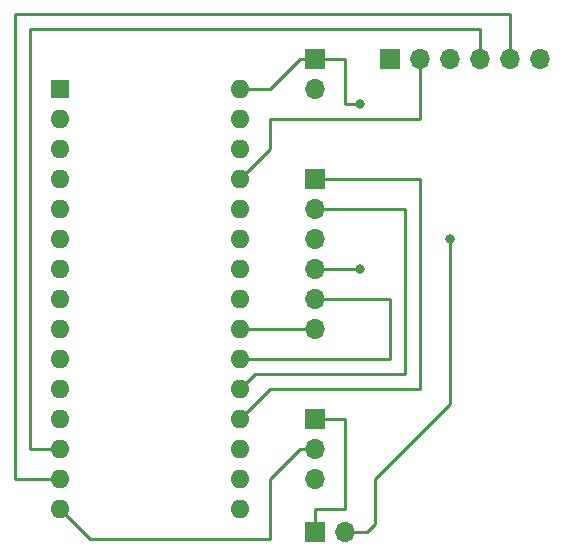
<source format=gtl>
G04 #@! TF.GenerationSoftware,KiCad,Pcbnew,(6.0.10)*
G04 #@! TF.CreationDate,2024-05-09T20:32:42+03:00*
G04 #@! TF.ProjectId,iot-robots,696f742d-726f-4626-9f74-732e6b696361,rev?*
G04 #@! TF.SameCoordinates,Original*
G04 #@! TF.FileFunction,Copper,L1,Top*
G04 #@! TF.FilePolarity,Positive*
%FSLAX46Y46*%
G04 Gerber Fmt 4.6, Leading zero omitted, Abs format (unit mm)*
G04 Created by KiCad (PCBNEW (6.0.10)) date 2024-05-09 20:32:42*
%MOMM*%
%LPD*%
G01*
G04 APERTURE LIST*
G04 #@! TA.AperFunction,ComponentPad*
%ADD10R,1.700000X1.700000*%
G04 #@! TD*
G04 #@! TA.AperFunction,ComponentPad*
%ADD11O,1.700000X1.700000*%
G04 #@! TD*
G04 #@! TA.AperFunction,ComponentPad*
%ADD12R,1.600000X1.600000*%
G04 #@! TD*
G04 #@! TA.AperFunction,ComponentPad*
%ADD13O,1.600000X1.600000*%
G04 #@! TD*
G04 #@! TA.AperFunction,ViaPad*
%ADD14C,0.800000*%
G04 #@! TD*
G04 #@! TA.AperFunction,Conductor*
%ADD15C,0.250000*%
G04 #@! TD*
G04 APERTURE END LIST*
D10*
X120650000Y-114935000D03*
D11*
X123190000Y-114935000D03*
D10*
X120650000Y-105410000D03*
D11*
X120650000Y-107950000D03*
X120650000Y-110490000D03*
D10*
X120650000Y-85090000D03*
D11*
X120650000Y-87630000D03*
X120650000Y-90170000D03*
X120650000Y-92710000D03*
X120650000Y-95250000D03*
X120650000Y-97790000D03*
D10*
X120650000Y-74930000D03*
D11*
X120650000Y-77470000D03*
X139700000Y-74930000D03*
X137160000Y-74930000D03*
X134620000Y-74930000D03*
X132080000Y-74930000D03*
X129540000Y-74930000D03*
D10*
X127000000Y-74930000D03*
D12*
X99050000Y-77470000D03*
D13*
X99050000Y-80010000D03*
X99050000Y-82550000D03*
X99050000Y-85090000D03*
X99050000Y-87630000D03*
X99050000Y-90170000D03*
X99050000Y-92710000D03*
X99050000Y-95250000D03*
X99050000Y-97790000D03*
X99050000Y-100330000D03*
X99050000Y-102870000D03*
X99050000Y-105410000D03*
X99050000Y-107950000D03*
X99050000Y-110490000D03*
X99050000Y-113030000D03*
X114290000Y-113030000D03*
X114290000Y-110490000D03*
X114290000Y-107950000D03*
X114290000Y-105410000D03*
X114290000Y-102870000D03*
X114290000Y-100330000D03*
X114290000Y-97790000D03*
X114290000Y-95250000D03*
X114290000Y-92710000D03*
X114290000Y-90170000D03*
X114290000Y-87630000D03*
X114290000Y-85090000D03*
X114290000Y-82550000D03*
X114290000Y-80010000D03*
X114290000Y-77470000D03*
D14*
X132080000Y-90170000D03*
X124460000Y-92710000D03*
X124460000Y-78740000D03*
D15*
X123190000Y-113030000D02*
X123190000Y-105410000D01*
X123190000Y-105410000D02*
X120650000Y-105410000D01*
X120650000Y-113030000D02*
X123190000Y-113030000D01*
X120650000Y-114935000D02*
X120650000Y-113030000D01*
X125730000Y-110490000D02*
X125730000Y-114300000D01*
X125095000Y-114935000D02*
X123190000Y-114935000D01*
X132080000Y-104140000D02*
X125730000Y-110490000D01*
X132080000Y-90170000D02*
X132080000Y-104140000D01*
X125730000Y-114300000D02*
X125095000Y-114935000D01*
X116840000Y-110490000D02*
X119380000Y-107950000D01*
X119380000Y-107950000D02*
X120650000Y-107950000D01*
X116840000Y-115570000D02*
X116840000Y-110490000D01*
X101590000Y-115570000D02*
X116840000Y-115570000D01*
X99050000Y-113030000D02*
X101590000Y-115570000D01*
X116830000Y-102870000D02*
X114290000Y-105410000D01*
X129540000Y-102870000D02*
X116830000Y-102870000D01*
X120650000Y-85090000D02*
X129540000Y-85090000D01*
X129540000Y-85090000D02*
X129540000Y-102870000D01*
X128270000Y-87630000D02*
X120650000Y-87630000D01*
X128270000Y-101600000D02*
X128270000Y-87630000D01*
X115560000Y-101600000D02*
X128270000Y-101600000D01*
X114290000Y-102870000D02*
X115560000Y-101600000D01*
X124460000Y-92710000D02*
X120650000Y-92710000D01*
X123190000Y-78740000D02*
X124460000Y-78740000D01*
X123190000Y-74930000D02*
X123190000Y-78740000D01*
X120650000Y-74930000D02*
X123190000Y-74930000D01*
X114290000Y-97790000D02*
X120650000Y-97790000D01*
X127000000Y-95250000D02*
X120650000Y-95250000D01*
X127000000Y-100330000D02*
X127000000Y-95250000D01*
X114290000Y-100330000D02*
X127000000Y-100330000D01*
X95250000Y-71120000D02*
X137160000Y-71120000D01*
X137160000Y-71120000D02*
X137160000Y-74930000D01*
X95250000Y-110490000D02*
X95250000Y-71120000D01*
X99050000Y-110490000D02*
X95250000Y-110490000D01*
X96520000Y-72390000D02*
X134620000Y-72390000D01*
X96520000Y-107950000D02*
X96520000Y-72390000D01*
X134620000Y-72390000D02*
X134620000Y-74930000D01*
X99050000Y-107950000D02*
X96520000Y-107950000D01*
X129540000Y-80010000D02*
X129540000Y-74930000D01*
X116840000Y-80010000D02*
X129540000Y-80010000D01*
X116840000Y-82540000D02*
X116840000Y-80010000D01*
X114290000Y-85090000D02*
X116840000Y-82540000D01*
X116840000Y-77470000D02*
X114290000Y-77470000D01*
X119380000Y-74930000D02*
X116840000Y-77470000D01*
X120650000Y-74930000D02*
X119380000Y-74930000D01*
M02*

</source>
